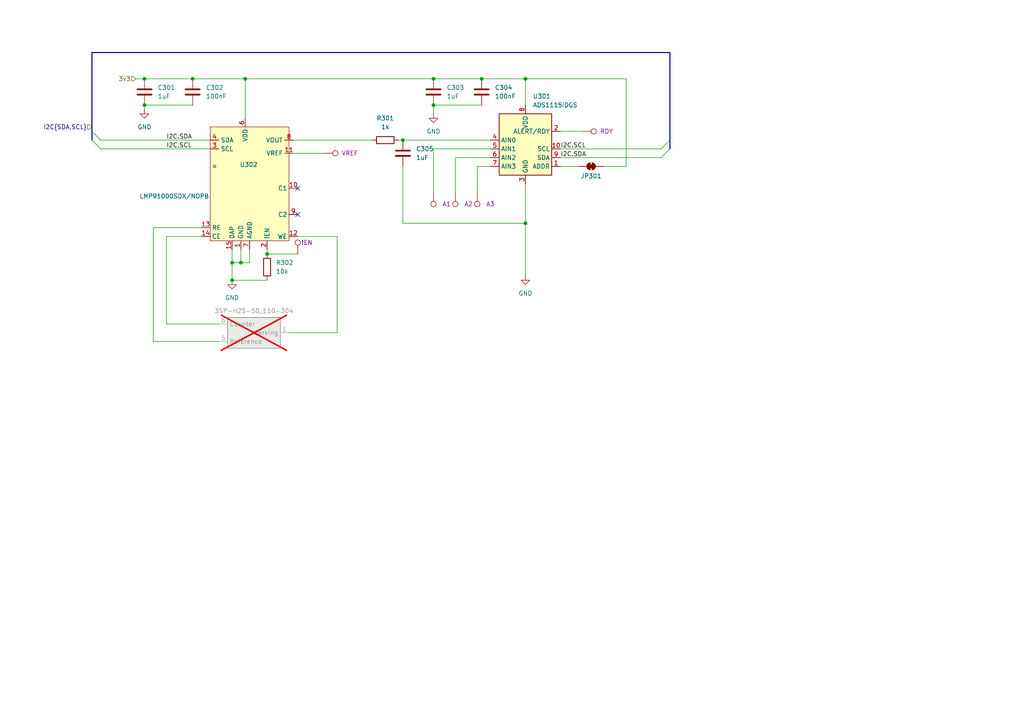
<source format=kicad_sch>
(kicad_sch (version 20250114) (generator "eeschema") (generator_version "9.0")
  (paper "A4")
  (lib_symbols
    (symbol "Analog_ADC:ADS1115IDGS"
      (property "Reference" "U" (at 2.54 13.97 0))
      (property "Value" "ADS1115IDGS" (at 7.62 11.43 0))
      (symbol "ADS1115IDGS_0_1"
        (rectangle (start -7.62 10.16) (end 7.62 -7.62) (stroke (width 0.254)) (fill (type background)))
      )
      (symbol "ADS1115IDGS_1_1"
        (pin input line (at -10.16 2.54 0) (length 2.54) (name "AIN0") (number "4"))
        (pin input line (at -10.16 0 0) (length 2.54) (name "AIN1") (number "5"))
        (pin input line (at -10.16 -2.54 0) (length 2.54) (name "AIN2") (number "6"))
        (pin input line (at -10.16 -5.08 0) (length 2.54) (name "AIN3") (number "7"))
        (pin power_in line (at 0 12.7 270) (length 2.54) (name "VDD") (number "8"))
        (pin power_in line (at 0 -10.16 90) (length 2.54) (name "GND") (number "3"))
        (pin output line (at 10.16 5.08 180) (length 2.54) (name "ALERT/RDY") (number "2"))
        (pin input line (at 10.16 0 180) (length 2.54) (name "SCL") (number "10"))
        (pin bidirectional line (at 10.16 -2.54 180) (length 2.54) (name "SDA") (number "9"))
        (pin input line (at 10.16 -5.08 180) (length 2.54) (name "ADDR") (number "1"))
      )
    )
    (symbol "Device:C" (pin_numbers (hide yes)) (pin_names (offset 0.254))
      (property "Reference" "C" (at 0.635 2.54 0))
      (property "Value" "C" (at 0.635 -2.54 0))
      (symbol "C_0_1"
        (polyline (pts (xy -2.032 0.762) (xy 2.032 0.762)) (stroke (width 0.508)))
        (polyline (pts (xy -2.032 -0.762) (xy 2.032 -0.762)) (stroke (width 0.508)))
      )
      (symbol "C_1_1"
        (pin passive line (at 0 3.81 270) (length 2.794) (name "~") (number "1"))
        (pin passive line (at 0 -3.81 90) (length 2.794) (name "~") (number "2"))
      )
    )
    (symbol "Device:R" (pin_numbers (hide yes)) (pin_names (offset 0))
      (property "Reference" "R" (at 2.032 0 90))
      (property "Value" "R" (at 0 0 90))
      (symbol "R_0_1"
        (rectangle (start -1.016 -2.54) (end 1.016 2.54) (stroke (width 0.254)))
      )
      (symbol "R_1_1"
        (pin passive line (at 0 3.81 270) (length 1.27) (name "~") (number "1"))
        (pin passive line (at 0 -3.81 90) (length 1.27) (name "~") (number "2"))
      )
    )
    (symbol "Jumper:SolderJumper_2_Bridged" (pin_numbers (hide yes)) (pin_names (offset 0) (hide yes)) (in_bom no)
      (property "Reference" "JP" (at 0 2.032 0))
      (property "Value" "SolderJumper_2_Bridged" (at 0 -2.54 0))
      (symbol "SolderJumper_2_Bridged_0_1"
        (rectangle (start -0.508 0.508) (end 0.508 -0.508) (fill (type outline)))
        (polyline (pts (xy -0.254 1.016) (xy -0.254 -1.016)))
        (arc (start -0.254 -1.016) (mid -1.2656 0) (end -0.254 1.016))
        (arc (start -0.254 -1.016) (mid -1.2656 0) (end -0.254 1.016) (fill (type outline)))
        (arc (start 0.254 1.016) (mid 1.2656 0) (end 0.254 -1.016))
        (arc (start 0.254 1.016) (mid 1.2656 0) (end 0.254 -1.016) (fill (type outline)))
        (polyline (pts (xy 0.254 1.016) (xy 0.254 -1.016)))
      )
      (symbol "SolderJumper_2_Bridged_1_1"
        (pin passive line (at -3.81 0 0) (length 2.54) (name "A") (number "1"))
        (pin passive line (at 3.81 0 180) (length 2.54) (name "B") (number "2"))
      )
    )
    (symbol "Sensor_Gas:3SP-H2S-50_110-304"
      (property "Reference" "U" (at 6.35 6.35 0))
      (property "Value" "3SP-H2S-50_110-304" (at 0 -6.35 0))
      (symbol "3SP-H2S-50_110-304_0_1"
        (rectangle (start -7.62 4.445) (end 7.62 -4.445) (stroke (width 0.254)) (fill (type background)))
      )
      (symbol "3SP-H2S-50_110-304_1_1"
        (pin input line (at -10.16 2.54 0) (length 2.54) (name "Counter") (number "6"))
        (pin passive line (at -10.16 -2.54 0) (length 2.54) (name "Reference") (number "5"))
        (pin output line (at 10.16 0 180) (length 2.54) (name "Working") (number "1"))
        (pin output line (at 10.16 0 180) (length 2.54) (hide yes) (name "Working") (number "10"))
      )
    )
    (symbol "easyeda2kicad:LMP91000SDX_NOPB"
      (property "Reference" "U" (at 0 15.24 0))
      (property "Value" "LMP91000SDX" (at 1.016 -2.032 0))
      (symbol "LMP91000SDX_NOPB_0_1"
        (rectangle (start -10.16 22.86) (end 12.7 -10.16) (fill (type background)))
        (circle (center -8.89 11.43) (radius 0.38))
        (pin unspecified line (at -12.7 -6.35 0) (length 2.54) (name "RE") (number "13"))
        (pin unspecified line (at -12.7 -8.89 0) (length 2.54) (name "CE") (number "14"))
        (pin unspecified line (at -10.16 19.05 0) (length 2.54) (name "SDA") (number "4"))
        (pin unspecified line (at -10.16 16.51 0) (length 2.54) (name "SCL") (number "3"))
        (pin unspecified line (at -3.81 -12.7 90) (length 2.54) (name "DAP") (number "15"))
        (pin unspecified line (at -1.27 -12.7 90) (length 2.54) (name "GND") (number "1"))
        (pin unspecified line (at 0 25.4 270) (length 2.54) (name "VDD") (number "6"))
        (pin unspecified line (at 1.27 -12.7 90) (length 2.54) (name "AGND") (number "7"))
        (pin unspecified line (at 13.97 19.05 180) (length 2.54) (name "VOUT") (number "8"))
        (pin unspecified line (at 13.97 15.24 180) (length 2.54) (name "VREF") (number "11"))
        (pin unspecified line (at 15.24 5.08 180) (length 2.54) (name "C1") (number "10"))
        (pin unspecified line (at 15.24 -2.54 180) (length 2.54) (name "C2") (number "9"))
        (pin unspecified line (at 15.24 -8.89 180) (length 2.54) (name "WE") (number "12"))
      )
      (symbol "LMP91000SDX_NOPB_1_1"
        (pin no_connect line (at -16.51 19.05 0) (length 2.54) (hide yes) (name "NC") (number "5"))
        (pin unspecified line (at 6.35 -12.7 90) (length 2.54) (name "!EN") (number "2"))
      )
    )
    (symbol "easyeda2kicad:LabeledTestPoint" (pin_numbers (hide yes)) (pin_names (offset 0.762) (hide yes)) (in_bom no)
      (property "Label" "label" (at 0 5.08 0))
      (symbol "LabeledTestPoint_0_1"
        (circle (center 0 3.302) (radius 0.762))
      )
      (symbol "LabeledTestPoint_1_1"
        (pin passive line (at 0 0 90) (length 2.54) (name "1") (number "1"))
      )
    )
    (symbol "power:GND" (power) (pin_numbers (hide yes)) (pin_names (offset 0) (hide yes))
      (property "Value" "GND" (at 0 -3.81 0))
      (symbol "GND_0_1"
        (polyline (pts (xy 0 0) (xy 0 -1.27) (xy 1.27 -1.27) (xy 0 -2.54) (xy -1.27 -1.27) (xy 0 -1.27)))
      )
      (symbol "GND_1_1"
        (pin power_in line (at 0 0 270) (length 0) (name "~") (number "1"))
      )
    )
  )
  (junction (at 41.91 22.86))
  (junction (at 77.47 73.66))
  (junction (at 67.31 76.2))
  (junction (at 125.73 22.86))
  (junction (at 152.4 64.77))
  (junction (at 67.31 81.28))
  (junction (at 41.91 30.48))
  (junction (at 139.7 22.86))
  (junction (at 152.4 22.86))
  (junction (at 125.73 30.48))
  (junction (at 71.12 22.86))
  (junction (at 69.85 76.2))
  (junction (at 116.84 40.64))
  (junction (at 55.88 22.86))
  (no_connect (at 86.36 54.61))
  (no_connect (at 86.36 62.23))
  (bus_entry (at 194.31 40.64) (size -2.54 2.54))
  (bus_entry (at 26.67 40.64) (size 2.54 2.54))
  (bus_entry (at 26.67 38.1) (size 2.54 2.54))
  (bus_entry (at 194.31 43.18) (size -2.54 2.54))
  (wire (pts (xy 41.91 30.48) (xy 41.91 31.75)))
  (wire (pts (xy 97.79 96.52) (xy 83.82 96.52)))
  (wire (pts (xy 63.5 93.98) (xy 48.26 93.98)))
  (wire (pts (xy 69.85 72.39) (xy 69.85 76.2)))
  (wire (pts (xy 67.31 76.2) (xy 67.31 81.28)))
  (wire (pts (xy 116.84 48.26) (xy 116.84 64.77)))
  (wire (pts (xy 116.84 40.64) (xy 142.24 40.64)))
  (bus (pts (xy 194.31 43.18) (xy 194.31 40.64)))
  (bus (pts (xy 194.31 40.64) (xy 194.31 15.24)))
  (wire (pts (xy 67.31 81.28) (xy 77.47 81.28)))
  (wire (pts (xy 181.61 48.26) (xy 181.61 22.86)))
  (wire (pts (xy 115.57 40.64) (xy 116.84 40.64)))
  (wire (pts (xy 85.09 44.45) (xy 93.98 44.45)))
  (wire (pts (xy 162.56 48.26) (xy 167.64 48.26)))
  (wire (pts (xy 44.45 99.06) (xy 44.45 66.04)))
  (wire (pts (xy 69.85 76.2) (xy 67.31 76.2)))
  (wire (pts (xy 72.39 72.39) (xy 72.39 76.2)))
  (wire (pts (xy 86.36 68.58) (xy 97.79 68.58)))
  (wire (pts (xy 97.79 68.58) (xy 97.79 96.52)))
  (wire (pts (xy 29.21 43.18) (xy 60.96 43.18)))
  (wire (pts (xy 39.37 22.86) (xy 41.91 22.86)))
  (wire (pts (xy 175.26 48.26) (xy 181.61 48.26)))
  (wire (pts (xy 55.88 22.86) (xy 71.12 22.86)))
  (wire (pts (xy 139.7 22.86) (xy 152.4 22.86)))
  (wire (pts (xy 77.47 72.39) (xy 77.47 73.66)))
  (wire (pts (xy 125.73 22.86) (xy 71.12 22.86)))
  (wire (pts (xy 152.4 22.86) (xy 181.61 22.86)))
  (wire (pts (xy 139.7 30.48) (xy 125.73 30.48)))
  (wire (pts (xy 44.45 66.04) (xy 58.42 66.04)))
  (wire (pts (xy 152.4 30.48) (xy 152.4 22.86)))
  (wire (pts (xy 138.43 48.26) (xy 142.24 48.26)))
  (wire (pts (xy 162.56 38.1) (xy 168.91 38.1)))
  (wire (pts (xy 29.21 40.64) (xy 60.96 40.64)))
  (wire (pts (xy 152.4 53.34) (xy 152.4 64.77)))
  (wire (pts (xy 67.31 72.39) (xy 67.31 76.2)))
  (wire (pts (xy 55.88 30.48) (xy 41.91 30.48)))
  (wire (pts (xy 116.84 64.77) (xy 152.4 64.77)))
  (wire (pts (xy 162.56 45.72) (xy 191.77 45.72)))
  (bus (pts (xy 194.31 15.24) (xy 26.67 15.24)))
  (wire (pts (xy 85.09 40.64) (xy 107.95 40.64)))
  (bus (pts (xy 26.67 15.24) (xy 26.67 38.1)))
  (wire (pts (xy 48.26 68.58) (xy 58.42 68.58)))
  (wire (pts (xy 63.5 99.06) (xy 44.45 99.06)))
  (wire (pts (xy 41.91 22.86) (xy 55.88 22.86)))
  (wire (pts (xy 132.08 55.88) (xy 132.08 45.72)))
  (wire (pts (xy 125.73 43.18) (xy 142.24 43.18)))
  (wire (pts (xy 152.4 64.77) (xy 152.4 80.01)))
  (wire (pts (xy 72.39 76.2) (xy 69.85 76.2)))
  (wire (pts (xy 125.73 55.88) (xy 125.73 43.18)))
  (wire (pts (xy 162.56 43.18) (xy 191.77 43.18)))
  (wire (pts (xy 71.12 22.86) (xy 71.12 34.29)))
  (wire (pts (xy 139.7 22.86) (xy 125.73 22.86)))
  (wire (pts (xy 132.08 45.72) (xy 142.24 45.72)))
  (wire (pts (xy 77.47 73.66) (xy 86.36 73.66)))
  (wire (pts (xy 138.43 55.88) (xy 138.43 48.26)))
  (wire (pts (xy 125.73 30.48) (xy 125.73 33.02)))
  (bus (pts (xy 26.67 38.1) (xy 26.67 40.64)))
  (wire (pts (xy 48.26 93.98) (xy 48.26 68.58)))
  (label "I2C.SCL" (at 48.26 43.18 0))
  (label "I2C.SDA" (at 48.26 40.64 0))
  (label "I2C.SCL" (at 162.56 43.18 0))
  (label "I2C.SDA" (at 162.56 45.72 0))
  (hierarchical_label "I2C{SDA,SCL}" (shape input) (at 26.67 36.83 180))
  (hierarchical_label "3v3" (shape input) (at 39.37 22.86 180))
  (symbol (lib_id "Device:R") (at 77.47 77.47 0) (unit 1)
    (property "Reference" "R302" (at 80.01 76.1999 0) (effects (justify left)))
    (property "Value" "10k" (at 80.01 78.7399 0) (effects (justify left)))
    (property "Footprint" "Resistor_SMD:R_0603_1608Metric" (effects (hide yes)))
    (property "Description" "Resistor" (effects (hide yes)))
  )
  (symbol (lib_id "easyeda2kicad:LabeledTestPoint") (at 168.91 38.1 270) (unit 1) (in_bom no)
    (property "Reference" "TP301" (effects (hide yes)))
    (property "Value" "LabeledTestPoint" (effects (hide yes)))
    (property "Footprint" "easyeda2kicad:LabeledTestPoint" (effects (hide yes)))
    (property "Description" "test point" (effects (hide yes)))
    (property "Label" "RDY" (at 173.99 38.0999 90) (effects (justify left)))
  )
  (symbol (lib_id "power:GND") (at 67.31 81.28 0) (unit 1)
    (property "Reference" "#PWR0304" (effects (hide yes)))
    (property "Value" "GND" (at 67.31 86.36 0))
    (property "Description" "Power symbol creates a global label with name \"GND\" , ground" (effects (hide yes)))
  )
  (symbol (lib_id "easyeda2kicad:LabeledTestPoint") (at 93.98 44.45 270) (unit 1) (in_bom no)
    (property "Reference" "TP302" (effects (hide yes)))
    (property "Value" "LabeledTestPoint" (effects (hide yes)))
    (property "Footprint" "easyeda2kicad:LabeledTestPoint" (effects (hide yes)))
    (property "Description" "test point" (effects (hide yes)))
    (property "Label" "VREF" (at 99.06 44.4499 90) (effects (justify left)))
  )
  (symbol (lib_id "Device:C") (at 41.91 26.67 0) (unit 1)
    (property "Reference" "C301" (at 45.72 25.3999 0) (effects (justify left)))
    (property "Value" "1uF" (at 45.72 27.9399 0) (effects (justify left)))
    (property "Footprint" "Capacitor_SMD:C_0603_1608Metric" (effects (hide yes)))
    (property "Description" "Unpolarized capacitor" (effects (hide yes)))
  )
  (symbol (lib_id "easyeda2kicad:LabeledTestPoint") (at 138.43 55.88 180) (unit 1) (in_bom no)
    (property "Reference" "TP305" (effects (hide yes)))
    (property "Value" "LabeledTestPoint" (effects (hide yes)))
    (property "Footprint" "easyeda2kicad:LabeledTestPoint" (effects (hide yes)))
    (property "Description" "test point" (effects (hide yes)))
    (property "Label" "A3" (at 140.97 59.1819 0) (effects (justify right)))
  )
  (symbol (lib_id "Analog_ADC:ADS1115IDGS") (at 152.4 43.18 0) (unit 1)
    (property "Reference" "U301" (at 154.5433 27.94 0) (effects (justify left)))
    (property "Value" "ADS1115IDGS" (at 154.5433 30.48 0) (effects (justify left)))
    (property "Footprint" "Package_SO:TSSOP-10_3x3mm_P0.5mm" (effects (hide yes)))
    (property "Datasheet" "http://www.ti.com/lit/ds/symlink/ads1113.pdf" (effects (hide yes)))
    (property "Description" "Ultra-Small, Low-Power, I2C-Compatible, 860-SPS, 16-Bit ADCs With Internal Reference, Oscillator, and Programmable Comparator, VSSOP-10" (effects (hide yes)))
  )
  (symbol (lib_id "Jumper:SolderJumper_2_Bridged") (at 171.45 48.26 180) (unit 1) (in_bom no)
    (property "Reference" "JP301" (at 171.45 51.054 0))
    (property "Value" "SolderJumper_2_Bridged" (effects (hide yes)))
    (property "Footprint" "Jumper:SolderJumper-2_P1.3mm_Bridged2Bar_RoundedPad1.0x1.5mm" (effects (hide yes)))
    (property "Description" "Solder Jumper, 2-pole, closed/bridged" (effects (hide yes)))
  )
  (symbol (lib_id "easyeda2kicad:LabeledTestPoint") (at 132.08 55.88 180) (unit 1) (in_bom no)
    (property "Reference" "TP304" (effects (hide yes)))
    (property "Value" "LabeledTestPoint" (effects (hide yes)))
    (property "Footprint" "easyeda2kicad:LabeledTestPoint" (effects (hide yes)))
    (property "Description" "test point" (effects (hide yes)))
    (property "Label" "A2" (at 134.62 59.1819 0) (effects (justify right)))
  )
  (symbol (lib_id "power:GND") (at 152.4 80.01 0) (unit 1)
    (property "Reference" "#PWR0303" (effects (hide yes)))
    (property "Value" "GND" (at 152.4 85.09 0))
    (property "Description" "Power symbol creates a global label with name \"GND\" , ground" (effects (hide yes)))
  )
  (symbol (lib_id "easyeda2kicad:LabeledTestPoint") (at 125.73 55.88 180) (unit 1) (in_bom no)
    (property "Reference" "TP303" (effects (hide yes)))
    (property "Value" "LabeledTestPoint" (effects (hide yes)))
    (property "Footprint" "easyeda2kicad:LabeledTestPoint" (effects (hide yes)))
    (property "Description" "test point" (effects (hide yes)))
    (property "Label" "A1" (at 128.27 59.1819 0) (effects (justify right)))
  )
  (symbol (lib_id "Device:R") (at 111.76 40.64 90) (unit 1)
    (property "Reference" "R301" (at 111.76 34.29 90))
    (property "Value" "1k" (at 111.76 36.83 90))
    (property "Footprint" "Resistor_SMD:R_0603_1608Metric" (effects (hide yes)))
    (property "Description" "Resistor" (effects (hide yes)))
  )
  (symbol (lib_id "Device:C") (at 139.7 26.67 0) (unit 1)
    (property "Reference" "C304" (at 143.51 25.3999 0) (effects (justify left)))
    (property "Value" "100nF" (at 143.51 27.9399 0) (effects (justify left)))
    (property "Footprint" "Capacitor_SMD:C_0603_1608Metric" (effects (hide yes)))
    (property "Description" "Unpolarized capacitor" (effects (hide yes)))
  )
  (symbol (lib_id "power:GND") (at 125.73 33.02 0) (unit 1)
    (property "Reference" "#PWR0302" (effects (hide yes)))
    (property "Value" "GND" (at 125.73 38.1 0))
    (property "Description" "Power symbol creates a global label with name \"GND\" , ground" (effects (hide yes)))
  )
  (symbol (lib_id "power:GND") (at 41.91 31.75 0) (unit 1)
    (property "Reference" "#PWR0301" (effects (hide yes)))
    (property "Value" "GND" (at 41.91 36.83 0))
    (property "Description" "Power symbol creates a global label with name \"GND\" , ground" (effects (hide yes)))
  )
  (symbol (lib_id "easyeda2kicad:LMP91000SDX_NOPB") (at 71.12 59.69 0) (unit 1)
    (property "Reference" "U302" (at 72.136 47.752 0))
    (property "Value" "LMP91000SDX/NOPB" (at 50.546 56.896 0))
    (property "Footprint" "easyeda2kicad:WSON-14_L4.0-W4.0-P0.50-BL-EP-1" (effects (hide yes)))
    (property "LCSC Part" "C2651584" (effects (hide yes)))
  )
  (symbol (lib_id "easyeda2kicad:LabeledTestPoint") (at 86.36 73.66 0) (unit 1) (in_bom no)
    (property "Reference" "TP306" (effects (hide yes)))
    (property "Value" "LabeledTestPoint" (effects (hide yes)))
    (property "Footprint" "easyeda2kicad:LabeledTestPoint" (effects (hide yes)))
    (property "Description" "test point" (effects (hide yes)))
    (property "Label" "!EN" (at 87.376 70.358 0) (effects (justify left)))
  )
  (symbol (lib_id "Device:C") (at 55.88 26.67 0) (unit 1)
    (property "Reference" "C302" (at 59.69 25.3999 0) (effects (justify left)))
    (property "Value" "100nF" (at 59.69 27.9399 0) (effects (justify left)))
    (property "Footprint" "Capacitor_SMD:C_0603_1608Metric" (effects (hide yes)))
    (property "Description" "Unpolarized capacitor" (effects (hide yes)))
  )
  (symbol (lib_id "Device:C") (at 116.84 44.45 0) (unit 1)
    (property "Reference" "C305" (at 120.65 43.1799 0) (effects (justify left)))
    (property "Value" "1uF" (at 120.65 45.7199 0) (effects (justify left)))
    (property "Footprint" "Capacitor_SMD:C_0603_1608Metric" (effects (hide yes)))
    (property "Description" "Unpolarized capacitor" (effects (hide yes)))
  )
  (symbol (lib_id "Device:C") (at 125.73 26.67 0) (unit 1)
    (property "Reference" "C303" (at 129.54 25.3999 0) (effects (justify left)))
    (property "Value" "1uF" (at 129.54 27.9399 0) (effects (justify left)))
    (property "Footprint" "Capacitor_SMD:C_0603_1608Metric" (effects (hide yes)))
    (property "Description" "Unpolarized capacitor" (effects (hide yes)))
  )
  (symbol (lib_id "Sensor_Gas:3SP-H2S-50_110-304") (at 73.66 96.52 0) (unit 1) (in_bom no) (dnp yes)
    (property "Reference" "U303" (effects (hide yes)))
    (property "Value" "3SP-H2S-50_110-304" (at 73.66 90.17 0))
    (property "Footprint" "Sensor:SPEC_110-xxx_SMD-10Pin_20x20mm_P4.0mm" (effects (hide yes)))
    (property "Datasheet" "https://www.spec-sensors.com/wp-content/uploads/2016/10/3SP_H2S_50-C-Package-110-304.pdf" (effects (hide yes)))
    (property "Description" "SPEC Sensors electrochemical H2S gas sensor" (effects (hide yes)))
  )
)
</source>
